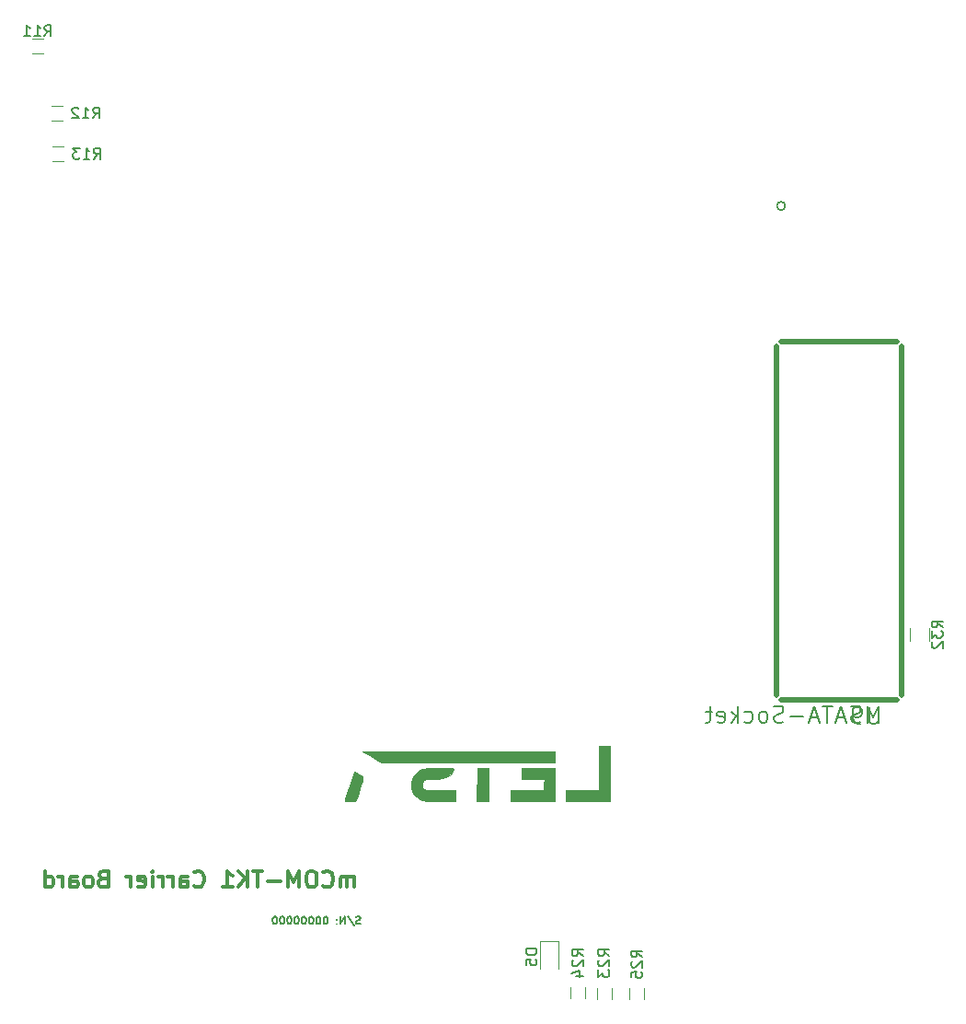
<source format=gbr>
G04 #@! TF.FileFunction,Legend,Bot*
%FSLAX46Y46*%
G04 Gerber Fmt 4.6, Leading zero omitted, Abs format (unit mm)*
G04 Created by KiCad (PCBNEW 4.0.7) date 02/05/18 12:52:08*
%MOMM*%
%LPD*%
G01*
G04 APERTURE LIST*
%ADD10C,0.100000*%
%ADD11C,0.175000*%
%ADD12C,0.300000*%
%ADD13C,0.010000*%
%ADD14C,0.152400*%
%ADD15C,0.120000*%
%ADD16C,0.500000*%
%ADD17C,0.150000*%
G04 APERTURE END LIST*
D10*
D11*
X117283334Y-107283333D02*
X117183334Y-107316667D01*
X117016667Y-107316667D01*
X116950000Y-107283333D01*
X116916667Y-107250000D01*
X116883334Y-107183333D01*
X116883334Y-107116667D01*
X116916667Y-107050000D01*
X116950000Y-107016667D01*
X117016667Y-106983333D01*
X117150000Y-106950000D01*
X117216667Y-106916667D01*
X117250000Y-106883333D01*
X117283334Y-106816667D01*
X117283334Y-106750000D01*
X117250000Y-106683333D01*
X117216667Y-106650000D01*
X117150000Y-106616667D01*
X116983334Y-106616667D01*
X116883334Y-106650000D01*
X116083333Y-106583333D02*
X116683333Y-107483333D01*
X115850000Y-107316667D02*
X115850000Y-106616667D01*
X115450000Y-107316667D01*
X115450000Y-106616667D01*
X115116667Y-107250000D02*
X115083334Y-107283333D01*
X115116667Y-107316667D01*
X115150001Y-107283333D01*
X115116667Y-107250000D01*
X115116667Y-107316667D01*
X115116667Y-106883333D02*
X115083334Y-106916667D01*
X115116667Y-106950000D01*
X115150001Y-106916667D01*
X115116667Y-106883333D01*
X115116667Y-106950000D01*
X114116668Y-106616667D02*
X114050001Y-106616667D01*
X113983335Y-106650000D01*
X113950001Y-106683333D01*
X113916668Y-106750000D01*
X113883335Y-106883333D01*
X113883335Y-107050000D01*
X113916668Y-107183333D01*
X113950001Y-107250000D01*
X113983335Y-107283333D01*
X114050001Y-107316667D01*
X114116668Y-107316667D01*
X114183335Y-107283333D01*
X114216668Y-107250000D01*
X114250001Y-107183333D01*
X114283335Y-107050000D01*
X114283335Y-106883333D01*
X114250001Y-106750000D01*
X114216668Y-106683333D01*
X114183335Y-106650000D01*
X114116668Y-106616667D01*
X113450001Y-106616667D02*
X113383334Y-106616667D01*
X113316668Y-106650000D01*
X113283334Y-106683333D01*
X113250001Y-106750000D01*
X113216668Y-106883333D01*
X113216668Y-107050000D01*
X113250001Y-107183333D01*
X113283334Y-107250000D01*
X113316668Y-107283333D01*
X113383334Y-107316667D01*
X113450001Y-107316667D01*
X113516668Y-107283333D01*
X113550001Y-107250000D01*
X113583334Y-107183333D01*
X113616668Y-107050000D01*
X113616668Y-106883333D01*
X113583334Y-106750000D01*
X113550001Y-106683333D01*
X113516668Y-106650000D01*
X113450001Y-106616667D01*
X112783334Y-106616667D02*
X112716667Y-106616667D01*
X112650001Y-106650000D01*
X112616667Y-106683333D01*
X112583334Y-106750000D01*
X112550001Y-106883333D01*
X112550001Y-107050000D01*
X112583334Y-107183333D01*
X112616667Y-107250000D01*
X112650001Y-107283333D01*
X112716667Y-107316667D01*
X112783334Y-107316667D01*
X112850001Y-107283333D01*
X112883334Y-107250000D01*
X112916667Y-107183333D01*
X112950001Y-107050000D01*
X112950001Y-106883333D01*
X112916667Y-106750000D01*
X112883334Y-106683333D01*
X112850001Y-106650000D01*
X112783334Y-106616667D01*
X112116667Y-106616667D02*
X112050000Y-106616667D01*
X111983334Y-106650000D01*
X111950000Y-106683333D01*
X111916667Y-106750000D01*
X111883334Y-106883333D01*
X111883334Y-107050000D01*
X111916667Y-107183333D01*
X111950000Y-107250000D01*
X111983334Y-107283333D01*
X112050000Y-107316667D01*
X112116667Y-107316667D01*
X112183334Y-107283333D01*
X112216667Y-107250000D01*
X112250000Y-107183333D01*
X112283334Y-107050000D01*
X112283334Y-106883333D01*
X112250000Y-106750000D01*
X112216667Y-106683333D01*
X112183334Y-106650000D01*
X112116667Y-106616667D01*
X111450000Y-106616667D02*
X111383333Y-106616667D01*
X111316667Y-106650000D01*
X111283333Y-106683333D01*
X111250000Y-106750000D01*
X111216667Y-106883333D01*
X111216667Y-107050000D01*
X111250000Y-107183333D01*
X111283333Y-107250000D01*
X111316667Y-107283333D01*
X111383333Y-107316667D01*
X111450000Y-107316667D01*
X111516667Y-107283333D01*
X111550000Y-107250000D01*
X111583333Y-107183333D01*
X111616667Y-107050000D01*
X111616667Y-106883333D01*
X111583333Y-106750000D01*
X111550000Y-106683333D01*
X111516667Y-106650000D01*
X111450000Y-106616667D01*
X110783333Y-106616667D02*
X110716666Y-106616667D01*
X110650000Y-106650000D01*
X110616666Y-106683333D01*
X110583333Y-106750000D01*
X110550000Y-106883333D01*
X110550000Y-107050000D01*
X110583333Y-107183333D01*
X110616666Y-107250000D01*
X110650000Y-107283333D01*
X110716666Y-107316667D01*
X110783333Y-107316667D01*
X110850000Y-107283333D01*
X110883333Y-107250000D01*
X110916666Y-107183333D01*
X110950000Y-107050000D01*
X110950000Y-106883333D01*
X110916666Y-106750000D01*
X110883333Y-106683333D01*
X110850000Y-106650000D01*
X110783333Y-106616667D01*
X110116666Y-106616667D02*
X110049999Y-106616667D01*
X109983333Y-106650000D01*
X109949999Y-106683333D01*
X109916666Y-106750000D01*
X109883333Y-106883333D01*
X109883333Y-107050000D01*
X109916666Y-107183333D01*
X109949999Y-107250000D01*
X109983333Y-107283333D01*
X110049999Y-107316667D01*
X110116666Y-107316667D01*
X110183333Y-107283333D01*
X110216666Y-107250000D01*
X110249999Y-107183333D01*
X110283333Y-107050000D01*
X110283333Y-106883333D01*
X110249999Y-106750000D01*
X110216666Y-106683333D01*
X110183333Y-106650000D01*
X110116666Y-106616667D01*
X109449999Y-106616667D02*
X109383332Y-106616667D01*
X109316666Y-106650000D01*
X109283332Y-106683333D01*
X109249999Y-106750000D01*
X109216666Y-106883333D01*
X109216666Y-107050000D01*
X109249999Y-107183333D01*
X109283332Y-107250000D01*
X109316666Y-107283333D01*
X109383332Y-107316667D01*
X109449999Y-107316667D01*
X109516666Y-107283333D01*
X109549999Y-107250000D01*
X109583332Y-107183333D01*
X109616666Y-107050000D01*
X109616666Y-106883333D01*
X109583332Y-106750000D01*
X109549999Y-106683333D01*
X109516666Y-106650000D01*
X109449999Y-106616667D01*
D12*
X116714285Y-103928571D02*
X116714285Y-102928571D01*
X116714285Y-103071429D02*
X116642857Y-103000000D01*
X116499999Y-102928571D01*
X116285714Y-102928571D01*
X116142857Y-103000000D01*
X116071428Y-103142857D01*
X116071428Y-103928571D01*
X116071428Y-103142857D02*
X115999999Y-103000000D01*
X115857142Y-102928571D01*
X115642857Y-102928571D01*
X115499999Y-103000000D01*
X115428571Y-103142857D01*
X115428571Y-103928571D01*
X113857142Y-103785714D02*
X113928571Y-103857143D01*
X114142857Y-103928571D01*
X114285714Y-103928571D01*
X114499999Y-103857143D01*
X114642857Y-103714286D01*
X114714285Y-103571429D01*
X114785714Y-103285714D01*
X114785714Y-103071429D01*
X114714285Y-102785714D01*
X114642857Y-102642857D01*
X114499999Y-102500000D01*
X114285714Y-102428571D01*
X114142857Y-102428571D01*
X113928571Y-102500000D01*
X113857142Y-102571429D01*
X112928571Y-102428571D02*
X112642857Y-102428571D01*
X112499999Y-102500000D01*
X112357142Y-102642857D01*
X112285714Y-102928571D01*
X112285714Y-103428571D01*
X112357142Y-103714286D01*
X112499999Y-103857143D01*
X112642857Y-103928571D01*
X112928571Y-103928571D01*
X113071428Y-103857143D01*
X113214285Y-103714286D01*
X113285714Y-103428571D01*
X113285714Y-102928571D01*
X113214285Y-102642857D01*
X113071428Y-102500000D01*
X112928571Y-102428571D01*
X111642856Y-103928571D02*
X111642856Y-102428571D01*
X111142856Y-103500000D01*
X110642856Y-102428571D01*
X110642856Y-103928571D01*
X109928570Y-103357143D02*
X108785713Y-103357143D01*
X108285713Y-102428571D02*
X107428570Y-102428571D01*
X107857141Y-103928571D02*
X107857141Y-102428571D01*
X106928570Y-103928571D02*
X106928570Y-102428571D01*
X106071427Y-103928571D02*
X106714284Y-103071429D01*
X106071427Y-102428571D02*
X106928570Y-103285714D01*
X104642856Y-103928571D02*
X105499999Y-103928571D01*
X105071427Y-103928571D02*
X105071427Y-102428571D01*
X105214284Y-102642857D01*
X105357142Y-102785714D01*
X105499999Y-102857143D01*
X101999999Y-103785714D02*
X102071428Y-103857143D01*
X102285714Y-103928571D01*
X102428571Y-103928571D01*
X102642856Y-103857143D01*
X102785714Y-103714286D01*
X102857142Y-103571429D01*
X102928571Y-103285714D01*
X102928571Y-103071429D01*
X102857142Y-102785714D01*
X102785714Y-102642857D01*
X102642856Y-102500000D01*
X102428571Y-102428571D01*
X102285714Y-102428571D01*
X102071428Y-102500000D01*
X101999999Y-102571429D01*
X100714285Y-103928571D02*
X100714285Y-103142857D01*
X100785714Y-103000000D01*
X100928571Y-102928571D01*
X101214285Y-102928571D01*
X101357142Y-103000000D01*
X100714285Y-103857143D02*
X100857142Y-103928571D01*
X101214285Y-103928571D01*
X101357142Y-103857143D01*
X101428571Y-103714286D01*
X101428571Y-103571429D01*
X101357142Y-103428571D01*
X101214285Y-103357143D01*
X100857142Y-103357143D01*
X100714285Y-103285714D01*
X99999999Y-103928571D02*
X99999999Y-102928571D01*
X99999999Y-103214286D02*
X99928571Y-103071429D01*
X99857142Y-103000000D01*
X99714285Y-102928571D01*
X99571428Y-102928571D01*
X99071428Y-103928571D02*
X99071428Y-102928571D01*
X99071428Y-103214286D02*
X99000000Y-103071429D01*
X98928571Y-103000000D01*
X98785714Y-102928571D01*
X98642857Y-102928571D01*
X98142857Y-103928571D02*
X98142857Y-102928571D01*
X98142857Y-102428571D02*
X98214286Y-102500000D01*
X98142857Y-102571429D01*
X98071429Y-102500000D01*
X98142857Y-102428571D01*
X98142857Y-102571429D01*
X96857143Y-103857143D02*
X97000000Y-103928571D01*
X97285714Y-103928571D01*
X97428571Y-103857143D01*
X97500000Y-103714286D01*
X97500000Y-103142857D01*
X97428571Y-103000000D01*
X97285714Y-102928571D01*
X97000000Y-102928571D01*
X96857143Y-103000000D01*
X96785714Y-103142857D01*
X96785714Y-103285714D01*
X97500000Y-103428571D01*
X96142857Y-103928571D02*
X96142857Y-102928571D01*
X96142857Y-103214286D02*
X96071429Y-103071429D01*
X96000000Y-103000000D01*
X95857143Y-102928571D01*
X95714286Y-102928571D01*
X93571429Y-103142857D02*
X93357143Y-103214286D01*
X93285715Y-103285714D01*
X93214286Y-103428571D01*
X93214286Y-103642857D01*
X93285715Y-103785714D01*
X93357143Y-103857143D01*
X93500001Y-103928571D01*
X94071429Y-103928571D01*
X94071429Y-102428571D01*
X93571429Y-102428571D01*
X93428572Y-102500000D01*
X93357143Y-102571429D01*
X93285715Y-102714286D01*
X93285715Y-102857143D01*
X93357143Y-103000000D01*
X93428572Y-103071429D01*
X93571429Y-103142857D01*
X94071429Y-103142857D01*
X92357143Y-103928571D02*
X92500001Y-103857143D01*
X92571429Y-103785714D01*
X92642858Y-103642857D01*
X92642858Y-103214286D01*
X92571429Y-103071429D01*
X92500001Y-103000000D01*
X92357143Y-102928571D01*
X92142858Y-102928571D01*
X92000001Y-103000000D01*
X91928572Y-103071429D01*
X91857143Y-103214286D01*
X91857143Y-103642857D01*
X91928572Y-103785714D01*
X92000001Y-103857143D01*
X92142858Y-103928571D01*
X92357143Y-103928571D01*
X90571429Y-103928571D02*
X90571429Y-103142857D01*
X90642858Y-103000000D01*
X90785715Y-102928571D01*
X91071429Y-102928571D01*
X91214286Y-103000000D01*
X90571429Y-103857143D02*
X90714286Y-103928571D01*
X91071429Y-103928571D01*
X91214286Y-103857143D01*
X91285715Y-103714286D01*
X91285715Y-103571429D01*
X91214286Y-103428571D01*
X91071429Y-103357143D01*
X90714286Y-103357143D01*
X90571429Y-103285714D01*
X89857143Y-103928571D02*
X89857143Y-102928571D01*
X89857143Y-103214286D02*
X89785715Y-103071429D01*
X89714286Y-103000000D01*
X89571429Y-102928571D01*
X89428572Y-102928571D01*
X88285715Y-103928571D02*
X88285715Y-102428571D01*
X88285715Y-103857143D02*
X88428572Y-103928571D01*
X88714286Y-103928571D01*
X88857144Y-103857143D01*
X88928572Y-103785714D01*
X89000001Y-103642857D01*
X89000001Y-103214286D01*
X88928572Y-103071429D01*
X88857144Y-103000000D01*
X88714286Y-102928571D01*
X88428572Y-102928571D01*
X88285715Y-103000000D01*
D13*
G36*
X139262671Y-92983977D02*
X139247500Y-95018863D01*
X136216777Y-95018863D01*
X136216819Y-96029091D01*
X140257728Y-96029091D01*
X140257728Y-90949091D01*
X139277841Y-90949091D01*
X139262671Y-92983977D01*
X139262671Y-92983977D01*
G37*
X139262671Y-92983977D02*
X139247500Y-95018863D01*
X136216777Y-95018863D01*
X136216819Y-96029091D01*
X140257728Y-96029091D01*
X140257728Y-90949091D01*
X139277841Y-90949091D01*
X139262671Y-92983977D01*
G36*
X132118182Y-94008636D02*
X134200859Y-94008636D01*
X134184180Y-94513750D01*
X134167500Y-95018863D01*
X132637728Y-95030372D01*
X131107955Y-95041881D01*
X131091276Y-95535486D01*
X131074596Y-96029091D01*
X135177728Y-96029091D01*
X135177728Y-92969545D01*
X132118182Y-92969545D01*
X132118182Y-94008636D01*
X132118182Y-94008636D01*
G37*
X132118182Y-94008636D02*
X134200859Y-94008636D01*
X134184180Y-94513750D01*
X134167500Y-95018863D01*
X132637728Y-95030372D01*
X131107955Y-95041881D01*
X131091276Y-95535486D01*
X131074596Y-96029091D01*
X135177728Y-96029091D01*
X135177728Y-92969545D01*
X132118182Y-92969545D01*
X132118182Y-94008636D01*
G36*
X128553523Y-92981729D02*
X128048409Y-92998409D01*
X128017629Y-96029091D01*
X129058637Y-96029091D01*
X129058637Y-92965050D01*
X128553523Y-92981729D01*
X128553523Y-92981729D01*
G37*
X128553523Y-92981729D02*
X128048409Y-92998409D01*
X128017629Y-96029091D01*
X129058637Y-96029091D01*
X129058637Y-92965050D01*
X128553523Y-92981729D01*
G36*
X124097529Y-92972050D02*
X123698927Y-92981621D01*
X123383180Y-93001343D01*
X123134022Y-93034299D01*
X122935189Y-93083574D01*
X122770413Y-93152251D01*
X122623431Y-93243416D01*
X122477976Y-93360153D01*
X122462130Y-93374019D01*
X122190982Y-93681390D01*
X122018310Y-94026077D01*
X121940812Y-94390892D01*
X121955183Y-94758648D01*
X122058119Y-95112158D01*
X122246318Y-95434235D01*
X122516475Y-95707693D01*
X122865286Y-95915344D01*
X122957784Y-95952540D01*
X123091740Y-95978125D01*
X123338671Y-95998267D01*
X123696221Y-96012861D01*
X124162034Y-96021800D01*
X124570341Y-96024699D01*
X125999091Y-96029091D01*
X125999091Y-95047727D01*
X124727237Y-95047727D01*
X124245497Y-95045300D01*
X123865878Y-95036392D01*
X123575116Y-95018563D01*
X123359947Y-94989370D01*
X123207109Y-94946373D01*
X123103338Y-94887130D01*
X123035371Y-94809201D01*
X122996906Y-94729261D01*
X122944469Y-94513553D01*
X122982277Y-94339426D01*
X123108287Y-94177377D01*
X123183242Y-94106036D01*
X123254709Y-94058311D01*
X123346793Y-94029456D01*
X123483593Y-94014723D01*
X123689212Y-94009366D01*
X123965022Y-94008636D01*
X124436464Y-93994068D01*
X124814631Y-93945645D01*
X125118552Y-93856287D01*
X125367260Y-93718914D01*
X125579783Y-93526445D01*
X125715588Y-93357389D01*
X125802648Y-93236084D01*
X125858470Y-93143125D01*
X125872165Y-93074745D01*
X125832846Y-93027172D01*
X125729623Y-92996638D01*
X125551610Y-92979374D01*
X125287918Y-92971610D01*
X124927659Y-92969576D01*
X124595251Y-92969545D01*
X124097529Y-92972050D01*
X124097529Y-92972050D01*
G37*
X124097529Y-92972050D02*
X123698927Y-92981621D01*
X123383180Y-93001343D01*
X123134022Y-93034299D01*
X122935189Y-93083574D01*
X122770413Y-93152251D01*
X122623431Y-93243416D01*
X122477976Y-93360153D01*
X122462130Y-93374019D01*
X122190982Y-93681390D01*
X122018310Y-94026077D01*
X121940812Y-94390892D01*
X121955183Y-94758648D01*
X122058119Y-95112158D01*
X122246318Y-95434235D01*
X122516475Y-95707693D01*
X122865286Y-95915344D01*
X122957784Y-95952540D01*
X123091740Y-95978125D01*
X123338671Y-95998267D01*
X123696221Y-96012861D01*
X124162034Y-96021800D01*
X124570341Y-96024699D01*
X125999091Y-96029091D01*
X125999091Y-95047727D01*
X124727237Y-95047727D01*
X124245497Y-95045300D01*
X123865878Y-95036392D01*
X123575116Y-95018563D01*
X123359947Y-94989370D01*
X123207109Y-94946373D01*
X123103338Y-94887130D01*
X123035371Y-94809201D01*
X122996906Y-94729261D01*
X122944469Y-94513553D01*
X122982277Y-94339426D01*
X123108287Y-94177377D01*
X123183242Y-94106036D01*
X123254709Y-94058311D01*
X123346793Y-94029456D01*
X123483593Y-94014723D01*
X123689212Y-94009366D01*
X123965022Y-94008636D01*
X124436464Y-93994068D01*
X124814631Y-93945645D01*
X125118552Y-93856287D01*
X125367260Y-93718914D01*
X125579783Y-93526445D01*
X125715588Y-93357389D01*
X125802648Y-93236084D01*
X125858470Y-93143125D01*
X125872165Y-93074745D01*
X125832846Y-93027172D01*
X125729623Y-92996638D01*
X125551610Y-92979374D01*
X125287918Y-92971610D01*
X124927659Y-92969576D01*
X124595251Y-92969545D01*
X124097529Y-92972050D01*
G36*
X116276393Y-94630594D02*
X116154017Y-94999470D01*
X116044852Y-95331853D01*
X115953939Y-95612114D01*
X115886321Y-95824624D01*
X115847043Y-95953755D01*
X115839091Y-95985821D01*
X115891224Y-96012592D01*
X116026587Y-96027820D01*
X116213630Y-96032407D01*
X116420801Y-96027253D01*
X116616548Y-96013259D01*
X116769321Y-95991325D01*
X116847569Y-95962352D01*
X116851138Y-95956931D01*
X116877252Y-95881530D01*
X116933678Y-95715026D01*
X117014212Y-95475845D01*
X117112649Y-95182414D01*
X117222787Y-94853157D01*
X117225284Y-94845681D01*
X117349660Y-94476685D01*
X117439598Y-94201075D01*
X117492728Y-94001322D01*
X117506678Y-93859900D01*
X117479075Y-93759281D01*
X117407550Y-93681939D01*
X117289730Y-93610346D01*
X117123243Y-93526975D01*
X117041279Y-93485785D01*
X116713695Y-93318636D01*
X116276393Y-94630594D01*
X116276393Y-94630594D01*
G37*
X116276393Y-94630594D02*
X116154017Y-94999470D01*
X116044852Y-95331853D01*
X115953939Y-95612114D01*
X115886321Y-95824624D01*
X115847043Y-95953755D01*
X115839091Y-95985821D01*
X115891224Y-96012592D01*
X116026587Y-96027820D01*
X116213630Y-96032407D01*
X116420801Y-96027253D01*
X116616548Y-96013259D01*
X116769321Y-95991325D01*
X116847569Y-95962352D01*
X116851138Y-95956931D01*
X116877252Y-95881530D01*
X116933678Y-95715026D01*
X117014212Y-95475845D01*
X117112649Y-95182414D01*
X117222787Y-94853157D01*
X117225284Y-94845681D01*
X117349660Y-94476685D01*
X117439598Y-94201075D01*
X117492728Y-94001322D01*
X117506678Y-93859900D01*
X117479075Y-93759281D01*
X117407550Y-93681939D01*
X117289730Y-93610346D01*
X117123243Y-93526975D01*
X117041279Y-93485785D01*
X116713695Y-93318636D01*
X116276393Y-94630594D01*
G36*
X117963686Y-91700812D02*
X118231538Y-91845224D01*
X118512108Y-92012984D01*
X118750492Y-92171037D01*
X118778714Y-92191493D01*
X119129870Y-92450000D01*
X135177728Y-92450000D01*
X135177728Y-91468636D01*
X117499813Y-91468636D01*
X117963686Y-91700812D01*
X117963686Y-91700812D01*
G37*
X117963686Y-91700812D02*
X118231538Y-91845224D01*
X118512108Y-92012984D01*
X118750492Y-92171037D01*
X118778714Y-92191493D01*
X119129870Y-92450000D01*
X135177728Y-92450000D01*
X135177728Y-91468636D01*
X117499813Y-91468636D01*
X117963686Y-91700812D01*
D14*
X156381006Y-41295000D02*
G75*
G03X156381006Y-41295000I-381000J0D01*
G01*
D15*
X133805000Y-108860000D02*
X135505000Y-108860000D01*
X135505000Y-108860000D02*
X135505000Y-111410000D01*
X133805000Y-108860000D02*
X133805000Y-111410000D01*
X140435000Y-114210000D02*
X140435000Y-113210000D01*
X139075000Y-113210000D02*
X139075000Y-114210000D01*
X138010000Y-114110000D02*
X138010000Y-113110000D01*
X136650000Y-113110000D02*
X136650000Y-114110000D01*
X143410000Y-114210000D02*
X143410000Y-113210000D01*
X142050000Y-113210000D02*
X142050000Y-114210000D01*
X167880000Y-80090000D02*
X167880000Y-81290000D01*
X169640000Y-81290000D02*
X169640000Y-80090000D01*
D16*
X167100000Y-54200000D02*
X167100000Y-86300000D01*
X166700000Y-86700000D02*
X156000000Y-86700000D01*
X155600000Y-86300000D02*
X155600000Y-54200000D01*
X156000000Y-53800000D02*
X166700000Y-53800000D01*
D15*
X87075000Y-27255000D02*
X88075000Y-27255000D01*
X88075000Y-25895000D02*
X87075000Y-25895000D01*
X88900000Y-33455000D02*
X89900000Y-33455000D01*
X89900000Y-32095000D02*
X88900000Y-32095000D01*
X88925000Y-37180000D02*
X89925000Y-37180000D01*
X89925000Y-35820000D02*
X88925000Y-35820000D01*
D17*
X133507381Y-109596905D02*
X132507381Y-109596905D01*
X132507381Y-109835000D01*
X132555000Y-109977858D01*
X132650238Y-110073096D01*
X132745476Y-110120715D01*
X132935952Y-110168334D01*
X133078810Y-110168334D01*
X133269286Y-110120715D01*
X133364524Y-110073096D01*
X133459762Y-109977858D01*
X133507381Y-109835000D01*
X133507381Y-109596905D01*
X132507381Y-111073096D02*
X132507381Y-110596905D01*
X132983571Y-110549286D01*
X132935952Y-110596905D01*
X132888333Y-110692143D01*
X132888333Y-110930239D01*
X132935952Y-111025477D01*
X132983571Y-111073096D01*
X133078810Y-111120715D01*
X133316905Y-111120715D01*
X133412143Y-111073096D01*
X133459762Y-111025477D01*
X133507381Y-110930239D01*
X133507381Y-110692143D01*
X133459762Y-110596905D01*
X133412143Y-110549286D01*
X140182381Y-110267143D02*
X139706190Y-109933809D01*
X140182381Y-109695714D02*
X139182381Y-109695714D01*
X139182381Y-110076667D01*
X139230000Y-110171905D01*
X139277619Y-110219524D01*
X139372857Y-110267143D01*
X139515714Y-110267143D01*
X139610952Y-110219524D01*
X139658571Y-110171905D01*
X139706190Y-110076667D01*
X139706190Y-109695714D01*
X139277619Y-110648095D02*
X139230000Y-110695714D01*
X139182381Y-110790952D01*
X139182381Y-111029048D01*
X139230000Y-111124286D01*
X139277619Y-111171905D01*
X139372857Y-111219524D01*
X139468095Y-111219524D01*
X139610952Y-111171905D01*
X140182381Y-110600476D01*
X140182381Y-111219524D01*
X139182381Y-111552857D02*
X139182381Y-112171905D01*
X139563333Y-111838571D01*
X139563333Y-111981429D01*
X139610952Y-112076667D01*
X139658571Y-112124286D01*
X139753810Y-112171905D01*
X139991905Y-112171905D01*
X140087143Y-112124286D01*
X140134762Y-112076667D01*
X140182381Y-111981429D01*
X140182381Y-111695714D01*
X140134762Y-111600476D01*
X140087143Y-111552857D01*
X137757381Y-110267143D02*
X137281190Y-109933809D01*
X137757381Y-109695714D02*
X136757381Y-109695714D01*
X136757381Y-110076667D01*
X136805000Y-110171905D01*
X136852619Y-110219524D01*
X136947857Y-110267143D01*
X137090714Y-110267143D01*
X137185952Y-110219524D01*
X137233571Y-110171905D01*
X137281190Y-110076667D01*
X137281190Y-109695714D01*
X136852619Y-110648095D02*
X136805000Y-110695714D01*
X136757381Y-110790952D01*
X136757381Y-111029048D01*
X136805000Y-111124286D01*
X136852619Y-111171905D01*
X136947857Y-111219524D01*
X137043095Y-111219524D01*
X137185952Y-111171905D01*
X137757381Y-110600476D01*
X137757381Y-111219524D01*
X137090714Y-112076667D02*
X137757381Y-112076667D01*
X136709762Y-111838571D02*
X137424048Y-111600476D01*
X137424048Y-112219524D01*
X143207381Y-110367143D02*
X142731190Y-110033809D01*
X143207381Y-109795714D02*
X142207381Y-109795714D01*
X142207381Y-110176667D01*
X142255000Y-110271905D01*
X142302619Y-110319524D01*
X142397857Y-110367143D01*
X142540714Y-110367143D01*
X142635952Y-110319524D01*
X142683571Y-110271905D01*
X142731190Y-110176667D01*
X142731190Y-109795714D01*
X142302619Y-110748095D02*
X142255000Y-110795714D01*
X142207381Y-110890952D01*
X142207381Y-111129048D01*
X142255000Y-111224286D01*
X142302619Y-111271905D01*
X142397857Y-111319524D01*
X142493095Y-111319524D01*
X142635952Y-111271905D01*
X143207381Y-110700476D01*
X143207381Y-111319524D01*
X142207381Y-112224286D02*
X142207381Y-111748095D01*
X142683571Y-111700476D01*
X142635952Y-111748095D01*
X142588333Y-111843333D01*
X142588333Y-112081429D01*
X142635952Y-112176667D01*
X142683571Y-112224286D01*
X142778810Y-112271905D01*
X143016905Y-112271905D01*
X143112143Y-112224286D01*
X143159762Y-112176667D01*
X143207381Y-112081429D01*
X143207381Y-111843333D01*
X143159762Y-111748095D01*
X143112143Y-111700476D01*
X170862381Y-80047143D02*
X170386190Y-79713809D01*
X170862381Y-79475714D02*
X169862381Y-79475714D01*
X169862381Y-79856667D01*
X169910000Y-79951905D01*
X169957619Y-79999524D01*
X170052857Y-80047143D01*
X170195714Y-80047143D01*
X170290952Y-79999524D01*
X170338571Y-79951905D01*
X170386190Y-79856667D01*
X170386190Y-79475714D01*
X169862381Y-80380476D02*
X169862381Y-80999524D01*
X170243333Y-80666190D01*
X170243333Y-80809048D01*
X170290952Y-80904286D01*
X170338571Y-80951905D01*
X170433810Y-80999524D01*
X170671905Y-80999524D01*
X170767143Y-80951905D01*
X170814762Y-80904286D01*
X170862381Y-80809048D01*
X170862381Y-80523333D01*
X170814762Y-80428095D01*
X170767143Y-80380476D01*
X169957619Y-81380476D02*
X169910000Y-81428095D01*
X169862381Y-81523333D01*
X169862381Y-81761429D01*
X169910000Y-81856667D01*
X169957619Y-81904286D01*
X170052857Y-81951905D01*
X170148095Y-81951905D01*
X170290952Y-81904286D01*
X170862381Y-81332857D01*
X170862381Y-81951905D01*
X164961143Y-87365429D02*
X164961143Y-88599143D01*
X164888571Y-88744286D01*
X164816000Y-88816857D01*
X164670857Y-88889429D01*
X164380571Y-88889429D01*
X164235429Y-88816857D01*
X164162857Y-88744286D01*
X164090286Y-88599143D01*
X164090286Y-87365429D01*
X163292000Y-88889429D02*
X163001715Y-88889429D01*
X162856572Y-88816857D01*
X162784000Y-88744286D01*
X162638858Y-88526571D01*
X162566286Y-88236286D01*
X162566286Y-87655714D01*
X162638858Y-87510571D01*
X162711429Y-87438000D01*
X162856572Y-87365429D01*
X163146858Y-87365429D01*
X163292000Y-87438000D01*
X163364572Y-87510571D01*
X163437143Y-87655714D01*
X163437143Y-88018571D01*
X163364572Y-88163714D01*
X163292000Y-88236286D01*
X163146858Y-88308857D01*
X162856572Y-88308857D01*
X162711429Y-88236286D01*
X162638858Y-88163714D01*
X162566286Y-88018571D01*
X164987715Y-88789429D02*
X164987715Y-87265429D01*
X164479715Y-88354000D01*
X163971715Y-87265429D01*
X163971715Y-88789429D01*
X163318572Y-88716857D02*
X163100858Y-88789429D01*
X162738001Y-88789429D01*
X162592858Y-88716857D01*
X162520287Y-88644286D01*
X162447715Y-88499143D01*
X162447715Y-88354000D01*
X162520287Y-88208857D01*
X162592858Y-88136286D01*
X162738001Y-88063714D01*
X163028287Y-87991143D01*
X163173429Y-87918571D01*
X163246001Y-87846000D01*
X163318572Y-87700857D01*
X163318572Y-87555714D01*
X163246001Y-87410571D01*
X163173429Y-87338000D01*
X163028287Y-87265429D01*
X162665429Y-87265429D01*
X162447715Y-87338000D01*
X161867143Y-88354000D02*
X161141429Y-88354000D01*
X162012286Y-88789429D02*
X161504286Y-87265429D01*
X160996286Y-88789429D01*
X160706000Y-87265429D02*
X159835143Y-87265429D01*
X160270572Y-88789429D02*
X160270572Y-87265429D01*
X159399714Y-88354000D02*
X158674000Y-88354000D01*
X159544857Y-88789429D02*
X159036857Y-87265429D01*
X158528857Y-88789429D01*
X158020857Y-88208857D02*
X156859714Y-88208857D01*
X156206571Y-88716857D02*
X155988857Y-88789429D01*
X155626000Y-88789429D01*
X155480857Y-88716857D01*
X155408286Y-88644286D01*
X155335714Y-88499143D01*
X155335714Y-88354000D01*
X155408286Y-88208857D01*
X155480857Y-88136286D01*
X155626000Y-88063714D01*
X155916286Y-87991143D01*
X156061428Y-87918571D01*
X156134000Y-87846000D01*
X156206571Y-87700857D01*
X156206571Y-87555714D01*
X156134000Y-87410571D01*
X156061428Y-87338000D01*
X155916286Y-87265429D01*
X155553428Y-87265429D01*
X155335714Y-87338000D01*
X154464857Y-88789429D02*
X154609999Y-88716857D01*
X154682571Y-88644286D01*
X154755142Y-88499143D01*
X154755142Y-88063714D01*
X154682571Y-87918571D01*
X154609999Y-87846000D01*
X154464857Y-87773429D01*
X154247142Y-87773429D01*
X154101999Y-87846000D01*
X154029428Y-87918571D01*
X153956857Y-88063714D01*
X153956857Y-88499143D01*
X154029428Y-88644286D01*
X154101999Y-88716857D01*
X154247142Y-88789429D01*
X154464857Y-88789429D01*
X152650571Y-88716857D02*
X152795714Y-88789429D01*
X153086000Y-88789429D01*
X153231142Y-88716857D01*
X153303714Y-88644286D01*
X153376285Y-88499143D01*
X153376285Y-88063714D01*
X153303714Y-87918571D01*
X153231142Y-87846000D01*
X153086000Y-87773429D01*
X152795714Y-87773429D01*
X152650571Y-87846000D01*
X151997428Y-88789429D02*
X151997428Y-87265429D01*
X151852285Y-88208857D02*
X151416856Y-88789429D01*
X151416856Y-87773429D02*
X151997428Y-88354000D01*
X150183142Y-88716857D02*
X150328285Y-88789429D01*
X150618571Y-88789429D01*
X150763714Y-88716857D01*
X150836285Y-88571714D01*
X150836285Y-87991143D01*
X150763714Y-87846000D01*
X150618571Y-87773429D01*
X150328285Y-87773429D01*
X150183142Y-87846000D01*
X150110571Y-87991143D01*
X150110571Y-88136286D01*
X150836285Y-88281429D01*
X149675142Y-87773429D02*
X149094571Y-87773429D01*
X149457428Y-87265429D02*
X149457428Y-88571714D01*
X149384856Y-88716857D01*
X149239714Y-88789429D01*
X149094571Y-88789429D01*
X88217857Y-25677381D02*
X88551191Y-25201190D01*
X88789286Y-25677381D02*
X88789286Y-24677381D01*
X88408333Y-24677381D01*
X88313095Y-24725000D01*
X88265476Y-24772619D01*
X88217857Y-24867857D01*
X88217857Y-25010714D01*
X88265476Y-25105952D01*
X88313095Y-25153571D01*
X88408333Y-25201190D01*
X88789286Y-25201190D01*
X87265476Y-25677381D02*
X87836905Y-25677381D01*
X87551191Y-25677381D02*
X87551191Y-24677381D01*
X87646429Y-24820238D01*
X87741667Y-24915476D01*
X87836905Y-24963095D01*
X86313095Y-25677381D02*
X86884524Y-25677381D01*
X86598810Y-25677381D02*
X86598810Y-24677381D01*
X86694048Y-24820238D01*
X86789286Y-24915476D01*
X86884524Y-24963095D01*
X92667857Y-33227381D02*
X93001191Y-32751190D01*
X93239286Y-33227381D02*
X93239286Y-32227381D01*
X92858333Y-32227381D01*
X92763095Y-32275000D01*
X92715476Y-32322619D01*
X92667857Y-32417857D01*
X92667857Y-32560714D01*
X92715476Y-32655952D01*
X92763095Y-32703571D01*
X92858333Y-32751190D01*
X93239286Y-32751190D01*
X91715476Y-33227381D02*
X92286905Y-33227381D01*
X92001191Y-33227381D02*
X92001191Y-32227381D01*
X92096429Y-32370238D01*
X92191667Y-32465476D01*
X92286905Y-32513095D01*
X91334524Y-32322619D02*
X91286905Y-32275000D01*
X91191667Y-32227381D01*
X90953571Y-32227381D01*
X90858333Y-32275000D01*
X90810714Y-32322619D01*
X90763095Y-32417857D01*
X90763095Y-32513095D01*
X90810714Y-32655952D01*
X91382143Y-33227381D01*
X90763095Y-33227381D01*
X92742857Y-36977381D02*
X93076191Y-36501190D01*
X93314286Y-36977381D02*
X93314286Y-35977381D01*
X92933333Y-35977381D01*
X92838095Y-36025000D01*
X92790476Y-36072619D01*
X92742857Y-36167857D01*
X92742857Y-36310714D01*
X92790476Y-36405952D01*
X92838095Y-36453571D01*
X92933333Y-36501190D01*
X93314286Y-36501190D01*
X91790476Y-36977381D02*
X92361905Y-36977381D01*
X92076191Y-36977381D02*
X92076191Y-35977381D01*
X92171429Y-36120238D01*
X92266667Y-36215476D01*
X92361905Y-36263095D01*
X91457143Y-35977381D02*
X90838095Y-35977381D01*
X91171429Y-36358333D01*
X91028571Y-36358333D01*
X90933333Y-36405952D01*
X90885714Y-36453571D01*
X90838095Y-36548810D01*
X90838095Y-36786905D01*
X90885714Y-36882143D01*
X90933333Y-36929762D01*
X91028571Y-36977381D01*
X91314286Y-36977381D01*
X91409524Y-36929762D01*
X91457143Y-36882143D01*
M02*

</source>
